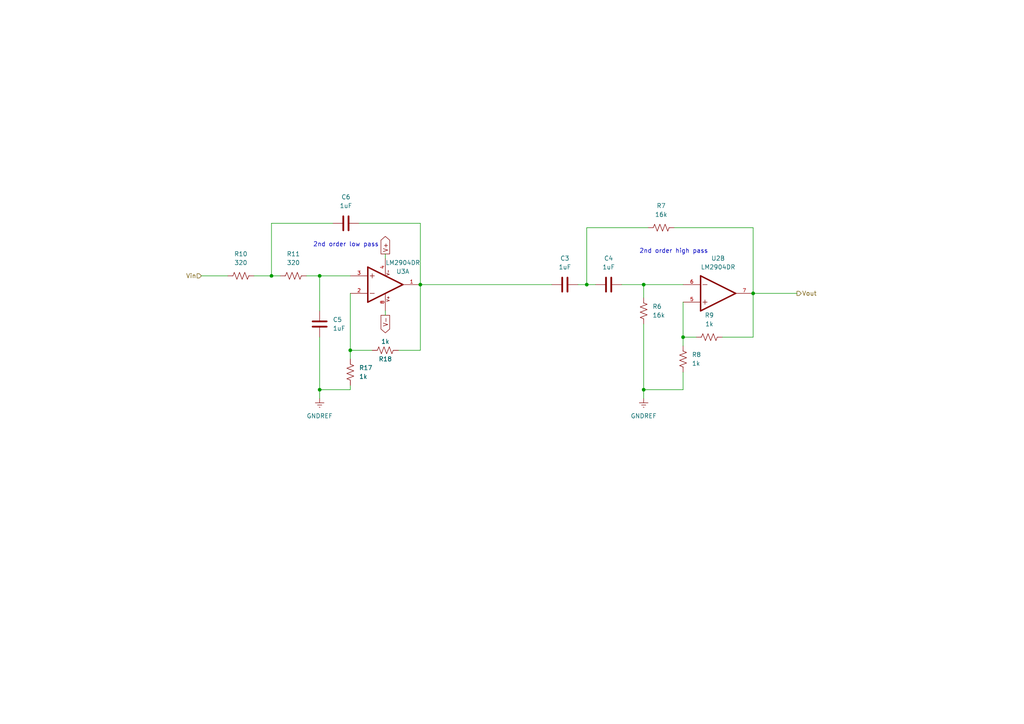
<source format=kicad_sch>
(kicad_sch (version 20230121) (generator eeschema)

  (uuid 35413330-118a-4540-bedd-090a3b3d410d)

  (paper "A4")

  (lib_symbols
    (symbol "Device:C" (pin_numbers hide) (pin_names (offset 0.254)) (in_bom yes) (on_board yes)
      (property "Reference" "C" (at 0.635 2.54 0)
        (effects (font (size 1.27 1.27)) (justify left))
      )
      (property "Value" "C" (at 0.635 -2.54 0)
        (effects (font (size 1.27 1.27)) (justify left))
      )
      (property "Footprint" "" (at 0.9652 -3.81 0)
        (effects (font (size 1.27 1.27)) hide)
      )
      (property "Datasheet" "~" (at 0 0 0)
        (effects (font (size 1.27 1.27)) hide)
      )
      (property "ki_keywords" "cap capacitor" (at 0 0 0)
        (effects (font (size 1.27 1.27)) hide)
      )
      (property "ki_description" "Unpolarized capacitor" (at 0 0 0)
        (effects (font (size 1.27 1.27)) hide)
      )
      (property "ki_fp_filters" "C_*" (at 0 0 0)
        (effects (font (size 1.27 1.27)) hide)
      )
      (symbol "C_0_1"
        (polyline
          (pts
            (xy -2.032 -0.762)
            (xy 2.032 -0.762)
          )
          (stroke (width 0.508) (type default))
          (fill (type none))
        )
        (polyline
          (pts
            (xy -2.032 0.762)
            (xy 2.032 0.762)
          )
          (stroke (width 0.508) (type default))
          (fill (type none))
        )
      )
      (symbol "C_1_1"
        (pin passive line (at 0 3.81 270) (length 2.794)
          (name "~" (effects (font (size 1.27 1.27))))
          (number "1" (effects (font (size 1.27 1.27))))
        )
        (pin passive line (at 0 -3.81 90) (length 2.794)
          (name "~" (effects (font (size 1.27 1.27))))
          (number "2" (effects (font (size 1.27 1.27))))
        )
      )
    )
    (symbol "Device:R_US" (pin_numbers hide) (pin_names (offset 0)) (in_bom yes) (on_board yes)
      (property "Reference" "R" (at 2.54 0 90)
        (effects (font (size 1.27 1.27)))
      )
      (property "Value" "R_US" (at -2.54 0 90)
        (effects (font (size 1.27 1.27)))
      )
      (property "Footprint" "" (at 1.016 -0.254 90)
        (effects (font (size 1.27 1.27)) hide)
      )
      (property "Datasheet" "~" (at 0 0 0)
        (effects (font (size 1.27 1.27)) hide)
      )
      (property "ki_keywords" "R res resistor" (at 0 0 0)
        (effects (font (size 1.27 1.27)) hide)
      )
      (property "ki_description" "Resistor, US symbol" (at 0 0 0)
        (effects (font (size 1.27 1.27)) hide)
      )
      (property "ki_fp_filters" "R_*" (at 0 0 0)
        (effects (font (size 1.27 1.27)) hide)
      )
      (symbol "R_US_0_1"
        (polyline
          (pts
            (xy 0 -2.286)
            (xy 0 -2.54)
          )
          (stroke (width 0) (type default))
          (fill (type none))
        )
        (polyline
          (pts
            (xy 0 2.286)
            (xy 0 2.54)
          )
          (stroke (width 0) (type default))
          (fill (type none))
        )
        (polyline
          (pts
            (xy 0 -0.762)
            (xy 1.016 -1.143)
            (xy 0 -1.524)
            (xy -1.016 -1.905)
            (xy 0 -2.286)
          )
          (stroke (width 0) (type default))
          (fill (type none))
        )
        (polyline
          (pts
            (xy 0 0.762)
            (xy 1.016 0.381)
            (xy 0 0)
            (xy -1.016 -0.381)
            (xy 0 -0.762)
          )
          (stroke (width 0) (type default))
          (fill (type none))
        )
        (polyline
          (pts
            (xy 0 2.286)
            (xy 1.016 1.905)
            (xy 0 1.524)
            (xy -1.016 1.143)
            (xy 0 0.762)
          )
          (stroke (width 0) (type default))
          (fill (type none))
        )
      )
      (symbol "R_US_1_1"
        (pin passive line (at 0 3.81 270) (length 1.27)
          (name "~" (effects (font (size 1.27 1.27))))
          (number "1" (effects (font (size 1.27 1.27))))
        )
        (pin passive line (at 0 -3.81 90) (length 1.27)
          (name "~" (effects (font (size 1.27 1.27))))
          (number "2" (effects (font (size 1.27 1.27))))
        )
      )
    )
    (symbol "Digikey2:LM2904DR" (pin_names (offset 1.016)) (in_bom yes) (on_board yes)
      (property "Reference" "U" (at 2.54 3.175 0)
        (effects (font (size 1.27 1.27)) (justify left bottom))
      )
      (property "Value" "LM2904DR" (at 2.54 -5.08 0)
        (effects (font (size 1.27 1.27)) (justify left bottom))
      )
      (property "Footprint" "LM2904DR:SOIC127P599X175-8N" (at 0 0 0)
        (effects (font (size 1.27 1.27)) (justify bottom) hide)
      )
      (property "Datasheet" "" (at 0 0 0)
        (effects (font (size 1.27 1.27)) hide)
      )
      (property "PARTREV" "U" (at 0 0 0)
        (effects (font (size 1.27 1.27)) (justify bottom) hide)
      )
      (property "STANDARD" "IPC-7351B" (at 0 0 0)
        (effects (font (size 1.27 1.27)) (justify bottom) hide)
      )
      (property "MAXIMUM_PACKAGE_HEIGHT" "1.75mm" (at 0 0 0)
        (effects (font (size 1.27 1.27)) (justify bottom) hide)
      )
      (property "MANUFACTURER" "Texas Instruments" (at 0 0 0)
        (effects (font (size 1.27 1.27)) (justify bottom) hide)
      )
      (symbol "LM2904DR_1_0"
        (polyline
          (pts
            (xy -5.08 -5.08)
            (xy 5.08 0)
          )
          (stroke (width 0.4064) (type default))
          (fill (type none))
        )
        (polyline
          (pts
            (xy -5.08 5.08)
            (xy -5.08 -5.08)
          )
          (stroke (width 0.4064) (type default))
          (fill (type none))
        )
        (polyline
          (pts
            (xy -4.445 -2.54)
            (xy -3.175 -2.54)
          )
          (stroke (width 0.1524) (type default))
          (fill (type none))
        )
        (polyline
          (pts
            (xy -4.445 2.54)
            (xy -3.175 2.54)
          )
          (stroke (width 0.1524) (type default))
          (fill (type none))
        )
        (polyline
          (pts
            (xy -3.81 -1.905)
            (xy -3.81 -3.175)
          )
          (stroke (width 0.1524) (type default))
          (fill (type none))
        )
        (polyline
          (pts
            (xy 5.08 0)
            (xy -5.08 5.08)
          )
          (stroke (width 0.4064) (type default))
          (fill (type none))
        )
        (text "V+" (at 1.27 3.175 900)
          (effects (font (size 0.8128 0.8128)) (justify left bottom))
        )
        (text "V-" (at 1.27 -4.445 900)
          (effects (font (size 0.8128 0.8128)) (justify left bottom))
        )
        (pin output line (at 10.16 0 180) (length 5.08)
          (name "~" (effects (font (size 1.016 1.016))))
          (number "1" (effects (font (size 1.016 1.016))))
        )
        (pin input line (at -10.16 2.54 0) (length 5.08)
          (name "~" (effects (font (size 1.016 1.016))))
          (number "2" (effects (font (size 1.016 1.016))))
        )
        (pin input line (at -10.16 -2.54 0) (length 5.08)
          (name "~" (effects (font (size 1.016 1.016))))
          (number "3" (effects (font (size 1.016 1.016))))
        )
        (pin power_in line (at 0 -7.62 90) (length 5.08)
          (name "~" (effects (font (size 1.016 1.016))))
          (number "4" (effects (font (size 1.016 1.016))))
        )
        (pin power_in line (at 0 7.62 270) (length 5.08)
          (name "~" (effects (font (size 1.016 1.016))))
          (number "8" (effects (font (size 1.016 1.016))))
        )
      )
      (symbol "LM2904DR_2_0"
        (polyline
          (pts
            (xy -5.08 -5.08)
            (xy 5.08 0)
          )
          (stroke (width 0.4064) (type default))
          (fill (type none))
        )
        (polyline
          (pts
            (xy -5.08 5.08)
            (xy -5.08 -5.08)
          )
          (stroke (width 0.4064) (type default))
          (fill (type none))
        )
        (polyline
          (pts
            (xy -4.445 -2.54)
            (xy -3.175 -2.54)
          )
          (stroke (width 0.1524) (type default))
          (fill (type none))
        )
        (polyline
          (pts
            (xy -4.445 2.54)
            (xy -3.175 2.54)
          )
          (stroke (width 0.1524) (type default))
          (fill (type none))
        )
        (polyline
          (pts
            (xy -3.81 -1.905)
            (xy -3.81 -3.175)
          )
          (stroke (width 0.1524) (type default))
          (fill (type none))
        )
        (polyline
          (pts
            (xy 5.08 0)
            (xy -5.08 5.08)
          )
          (stroke (width 0.4064) (type default))
          (fill (type none))
        )
        (pin input line (at -10.16 -2.54 0) (length 5.08)
          (name "~" (effects (font (size 1.016 1.016))))
          (number "5" (effects (font (size 1.016 1.016))))
        )
        (pin input line (at -10.16 2.54 0) (length 5.08)
          (name "~" (effects (font (size 1.016 1.016))))
          (number "6" (effects (font (size 1.016 1.016))))
        )
        (pin output line (at 10.16 0 180) (length 5.08)
          (name "~" (effects (font (size 1.016 1.016))))
          (number "7" (effects (font (size 1.016 1.016))))
        )
      )
    )
    (symbol "power:GNDREF" (power) (pin_names (offset 0)) (in_bom yes) (on_board yes)
      (property "Reference" "#PWR" (at 0 -6.35 0)
        (effects (font (size 1.27 1.27)) hide)
      )
      (property "Value" "GNDREF" (at 0 -3.81 0)
        (effects (font (size 1.27 1.27)))
      )
      (property "Footprint" "" (at 0 0 0)
        (effects (font (size 1.27 1.27)) hide)
      )
      (property "Datasheet" "" (at 0 0 0)
        (effects (font (size 1.27 1.27)) hide)
      )
      (property "ki_keywords" "global power" (at 0 0 0)
        (effects (font (size 1.27 1.27)) hide)
      )
      (property "ki_description" "Power symbol creates a global label with name \"GNDREF\" , reference supply ground" (at 0 0 0)
        (effects (font (size 1.27 1.27)) hide)
      )
      (symbol "GNDREF_0_1"
        (polyline
          (pts
            (xy -0.635 -1.905)
            (xy 0.635 -1.905)
          )
          (stroke (width 0) (type default))
          (fill (type none))
        )
        (polyline
          (pts
            (xy -0.127 -2.54)
            (xy 0.127 -2.54)
          )
          (stroke (width 0) (type default))
          (fill (type none))
        )
        (polyline
          (pts
            (xy 0 -1.27)
            (xy 0 0)
          )
          (stroke (width 0) (type default))
          (fill (type none))
        )
        (polyline
          (pts
            (xy 1.27 -1.27)
            (xy -1.27 -1.27)
          )
          (stroke (width 0) (type default))
          (fill (type none))
        )
      )
      (symbol "GNDREF_1_1"
        (pin power_in line (at 0 0 270) (length 0) hide
          (name "GNDREF" (effects (font (size 1.27 1.27))))
          (number "1" (effects (font (size 1.27 1.27))))
        )
      )
    )
  )

  (junction (at 101.6 101.6) (diameter 0) (color 0 0 0 0)
    (uuid 086b7357-92a8-4051-af5d-7ce3bd21e8a6)
  )
  (junction (at 218.44 85.09) (diameter 0) (color 0 0 0 0)
    (uuid 444b8de8-1a6c-4dd2-b18f-6db63cb46143)
  )
  (junction (at 121.92 82.55) (diameter 0) (color 0 0 0 0)
    (uuid 535fea27-09ba-4b84-8fd3-c701b8f0a856)
  )
  (junction (at 78.74 80.01) (diameter 0) (color 0 0 0 0)
    (uuid 5e70cc78-f7ea-41d2-9d4f-d9ae173a5a6f)
  )
  (junction (at 198.12 97.79) (diameter 0) (color 0 0 0 0)
    (uuid 71b91fd2-65d0-4306-b547-8a5272d003d8)
  )
  (junction (at 92.71 113.03) (diameter 0) (color 0 0 0 0)
    (uuid 79d38607-d9de-48d4-a699-1ec3289551db)
  )
  (junction (at 186.69 113.03) (diameter 0) (color 0 0 0 0)
    (uuid 95963f47-e24f-42c2-ba19-a20c4f820a2e)
  )
  (junction (at 170.18 82.55) (diameter 0) (color 0 0 0 0)
    (uuid 9dca07bf-bb6f-4ca4-9d37-66ba11c52ba2)
  )
  (junction (at 186.69 82.55) (diameter 0) (color 0 0 0 0)
    (uuid a5cfc08a-da75-4350-a818-4bc75dbe42b8)
  )
  (junction (at 92.71 80.01) (diameter 0) (color 0 0 0 0)
    (uuid cfce590d-22d1-4050-beed-9b93b59fc68e)
  )

  (wire (pts (xy 121.92 82.55) (xy 160.02 82.55))
    (stroke (width 0) (type default))
    (uuid 061872d9-45e5-462e-a953-90f9bebbfcbc)
  )
  (wire (pts (xy 218.44 66.04) (xy 218.44 85.09))
    (stroke (width 0) (type default))
    (uuid 074a7dd7-0c7e-43ff-8fc4-1a71e1695cc7)
  )
  (wire (pts (xy 101.6 101.6) (xy 101.6 104.14))
    (stroke (width 0) (type default))
    (uuid 07f55e12-510e-4ab3-9310-594b8a271aa1)
  )
  (wire (pts (xy 92.71 80.01) (xy 101.6 80.01))
    (stroke (width 0) (type default))
    (uuid 0915799e-18af-4ee7-b358-52743f47e17c)
  )
  (wire (pts (xy 218.44 97.79) (xy 209.55 97.79))
    (stroke (width 0) (type default))
    (uuid 092cbb65-8c2c-46bf-9364-882f943291aa)
  )
  (wire (pts (xy 111.76 73.66) (xy 111.76 74.93))
    (stroke (width 0) (type default))
    (uuid 09b1f52d-8d2e-428a-8d32-ffe9c0027904)
  )
  (wire (pts (xy 170.18 82.55) (xy 170.18 66.04))
    (stroke (width 0) (type default))
    (uuid 2046d7a7-6e8d-4566-ab5f-90f74e2b007a)
  )
  (wire (pts (xy 121.92 101.6) (xy 121.92 82.55))
    (stroke (width 0) (type default))
    (uuid 2636950f-cb10-4786-8a14-64e997372f76)
  )
  (wire (pts (xy 186.69 93.98) (xy 186.69 113.03))
    (stroke (width 0) (type default))
    (uuid 2be19506-78ae-48c3-9551-4620a10f5b47)
  )
  (wire (pts (xy 170.18 82.55) (xy 172.72 82.55))
    (stroke (width 0) (type default))
    (uuid 342d8529-4abd-4b8d-b6be-136927d822c3)
  )
  (wire (pts (xy 92.71 80.01) (xy 92.71 90.17))
    (stroke (width 0) (type default))
    (uuid 3562fb2c-8351-4652-991e-44660149a6be)
  )
  (wire (pts (xy 73.66 80.01) (xy 78.74 80.01))
    (stroke (width 0) (type default))
    (uuid 3a07697b-e036-4a79-abf8-d97223486f48)
  )
  (wire (pts (xy 186.69 82.55) (xy 198.12 82.55))
    (stroke (width 0) (type default))
    (uuid 3f2d38a5-20ad-4874-8f1a-95d4ec03e5d9)
  )
  (wire (pts (xy 78.74 80.01) (xy 81.28 80.01))
    (stroke (width 0) (type default))
    (uuid 40c3244d-17f6-4717-a8e6-e6f9cf67a37f)
  )
  (wire (pts (xy 218.44 85.09) (xy 218.44 97.79))
    (stroke (width 0) (type default))
    (uuid 4482f4c4-05fb-40eb-8126-0c1d0686d383)
  )
  (wire (pts (xy 218.44 85.09) (xy 231.14 85.09))
    (stroke (width 0) (type default))
    (uuid 4ae32c60-daa4-499f-85e9-d8fe97f3f548)
  )
  (wire (pts (xy 101.6 101.6) (xy 107.95 101.6))
    (stroke (width 0) (type default))
    (uuid 4cf585b2-eb42-49ee-9a4b-7303415aa4b7)
  )
  (wire (pts (xy 198.12 97.79) (xy 198.12 100.33))
    (stroke (width 0) (type default))
    (uuid 4e0481e5-4270-474a-b8a0-f9b8a195ac47)
  )
  (wire (pts (xy 186.69 115.57) (xy 186.69 113.03))
    (stroke (width 0) (type default))
    (uuid 51c37e91-ca44-4f26-acdf-ce0587689a9a)
  )
  (wire (pts (xy 88.9 80.01) (xy 92.71 80.01))
    (stroke (width 0) (type default))
    (uuid 5303368c-a4b3-4a18-9951-f371b5a6ce48)
  )
  (wire (pts (xy 121.92 64.77) (xy 121.92 82.55))
    (stroke (width 0) (type default))
    (uuid 636ef7be-16db-4958-9109-1fe2d305487b)
  )
  (wire (pts (xy 198.12 87.63) (xy 198.12 97.79))
    (stroke (width 0) (type default))
    (uuid 6e96a4b8-cbec-41a3-af9f-5642fc715957)
  )
  (wire (pts (xy 167.64 82.55) (xy 170.18 82.55))
    (stroke (width 0) (type default))
    (uuid 803875fa-fb8b-4afb-a44e-bde8779c9206)
  )
  (wire (pts (xy 92.71 113.03) (xy 92.71 115.57))
    (stroke (width 0) (type default))
    (uuid 9a6afda3-4dc7-4786-90a5-2d20c0d223ab)
  )
  (wire (pts (xy 92.71 113.03) (xy 92.71 97.79))
    (stroke (width 0) (type default))
    (uuid a29db8e0-c081-417d-959d-b1a417334811)
  )
  (wire (pts (xy 58.42 80.01) (xy 66.04 80.01))
    (stroke (width 0) (type default))
    (uuid a34fbffe-f93e-4c3d-88a1-a461727f4b8e)
  )
  (wire (pts (xy 101.6 85.09) (xy 101.6 101.6))
    (stroke (width 0) (type default))
    (uuid a52aa32e-ce4a-40d5-813c-72190edc2ac0)
  )
  (wire (pts (xy 101.6 113.03) (xy 101.6 111.76))
    (stroke (width 0) (type default))
    (uuid a77e7284-66c1-4c31-ae35-f066996bbce8)
  )
  (wire (pts (xy 170.18 66.04) (xy 187.96 66.04))
    (stroke (width 0) (type default))
    (uuid b16f0550-a153-452f-8b91-d0b82631d7c4)
  )
  (wire (pts (xy 195.58 66.04) (xy 218.44 66.04))
    (stroke (width 0) (type default))
    (uuid b8c75fd6-cea6-43af-afcc-66e01f6571e1)
  )
  (wire (pts (xy 198.12 113.03) (xy 186.69 113.03))
    (stroke (width 0) (type default))
    (uuid c48c1f0c-8343-4493-a7db-b6a147ea4584)
  )
  (wire (pts (xy 104.14 64.77) (xy 121.92 64.77))
    (stroke (width 0) (type default))
    (uuid c8fe0fbf-f0b7-4422-afc0-fb7737a24a53)
  )
  (wire (pts (xy 198.12 97.79) (xy 201.93 97.79))
    (stroke (width 0) (type default))
    (uuid cab774c6-2ff0-4f29-8144-128a9e8122c8)
  )
  (wire (pts (xy 111.76 90.17) (xy 111.76 91.44))
    (stroke (width 0) (type default))
    (uuid d9d77171-21e5-4f09-903b-ba38ea210413)
  )
  (wire (pts (xy 180.34 82.55) (xy 186.69 82.55))
    (stroke (width 0) (type default))
    (uuid ebae945d-8147-4a18-9754-43483ab176f2)
  )
  (wire (pts (xy 101.6 113.03) (xy 92.71 113.03))
    (stroke (width 0) (type default))
    (uuid ed308674-a95b-434b-b8da-d2ebd1197868)
  )
  (wire (pts (xy 115.57 101.6) (xy 121.92 101.6))
    (stroke (width 0) (type default))
    (uuid f059a6c6-a519-4635-82ab-975b6595f582)
  )
  (wire (pts (xy 96.52 64.77) (xy 78.74 64.77))
    (stroke (width 0) (type default))
    (uuid fa0df2d3-f603-4654-beec-6369a986f8ad)
  )
  (wire (pts (xy 78.74 64.77) (xy 78.74 80.01))
    (stroke (width 0) (type default))
    (uuid fa436860-e41e-4c99-a5f1-72a0f682494e)
  )
  (wire (pts (xy 186.69 82.55) (xy 186.69 86.36))
    (stroke (width 0) (type default))
    (uuid fc8f2fd3-6897-41b8-908e-b45bd5780ca4)
  )
  (wire (pts (xy 198.12 107.95) (xy 198.12 113.03))
    (stroke (width 0) (type default))
    (uuid ff5c0ca8-8337-4de6-bd09-44d0944b709b)
  )

  (text "2nd order high pass" (at 185.42 73.66 0)
    (effects (font (size 1.27 1.27)) (justify left bottom))
    (uuid 4bf30ffb-9ff1-49af-976b-c8a438682e9f)
  )
  (text "2nd order low pass" (at 90.805 71.755 0)
    (effects (font (size 1.27 1.27)) (justify left bottom))
    (uuid 5bdc953f-0a04-4192-ba1e-bbae4be234ec)
  )

  (global_label "V-" (shape output) (at 111.76 91.44 270) (fields_autoplaced)
    (effects (font (size 1.27 1.27)) (justify right))
    (uuid 9220c8eb-4dd2-4b2f-b702-1eea06d8798f)
    (property "Intersheetrefs" "${INTERSHEET_REFS}" (at 111.76 97.0862 90)
      (effects (font (size 1.27 1.27)) (justify right) hide)
    )
  )
  (global_label "V+" (shape output) (at 111.76 73.66 90) (fields_autoplaced)
    (effects (font (size 1.27 1.27)) (justify left))
    (uuid d6c7eb8e-0761-479a-9a53-6fcce5626cce)
    (property "Intersheetrefs" "${INTERSHEET_REFS}" (at 111.76 68.0138 90)
      (effects (font (size 1.27 1.27)) (justify left) hide)
    )
  )

  (hierarchical_label "Vin" (shape input) (at 58.42 80.01 180) (fields_autoplaced)
    (effects (font (size 1.27 1.27)) (justify right))
    (uuid 05617fcf-9df1-47c3-bb5e-1595156b9ed9)
  )
  (hierarchical_label "Vout" (shape output) (at 231.14 85.09 0) (fields_autoplaced)
    (effects (font (size 1.27 1.27)) (justify left))
    (uuid 10b6ea82-da4f-4510-9ced-bdf6c3a4b275)
  )

  (symbol (lib_id "Device:R_US") (at 198.12 104.14 0) (unit 1)
    (in_bom yes) (on_board yes) (dnp no) (fields_autoplaced)
    (uuid 00ad515d-bb49-4bcb-b486-a59ad48be30d)
    (property "Reference" "R8" (at 200.66 102.87 0)
      (effects (font (size 1.27 1.27)) (justify left))
    )
    (property "Value" "1k" (at 200.66 105.41 0)
      (effects (font (size 1.27 1.27)) (justify left))
    )
    (property "Footprint" "" (at 199.136 104.394 90)
      (effects (font (size 1.27 1.27)) hide)
    )
    (property "Datasheet" "~" (at 198.12 104.14 0)
      (effects (font (size 1.27 1.27)) hide)
    )
    (pin "1" (uuid a97f050f-f6e2-4619-a6c1-e1e8f0fefd15))
    (pin "2" (uuid dfa1c8f0-d35b-413f-a635-520c735faa7b))
    (instances
      (project "TR_EMG"
        (path "/c6167f6f-8a8c-40a1-9c06-7f0e8ea44639/79b04bde-485f-4387-8a17-ac0759b4ec88"
          (reference "R8") (unit 1)
        )
      )
    )
  )

  (symbol (lib_id "Digikey2:LM2904DR") (at 111.76 82.55 0) (mirror x) (unit 1)
    (in_bom yes) (on_board yes) (dnp no)
    (uuid 0907a6ec-42d8-4403-895e-a97b242bac2c)
    (property "Reference" "U3" (at 116.84 78.74 0)
      (effects (font (size 1.27 1.27)))
    )
    (property "Value" "LM2904DR" (at 116.84 76.2 0)
      (effects (font (size 1.27 1.27)))
    )
    (property "Footprint" "LM2904DR:SOIC127P599X175-8N" (at 111.76 82.55 0)
      (effects (font (size 1.27 1.27)) (justify bottom) hide)
    )
    (property "Datasheet" "" (at 111.76 82.55 0)
      (effects (font (size 1.27 1.27)) hide)
    )
    (property "PARTREV" "U" (at 111.76 82.55 0)
      (effects (font (size 1.27 1.27)) (justify bottom) hide)
    )
    (property "STANDARD" "IPC-7351B" (at 111.76 82.55 0)
      (effects (font (size 1.27 1.27)) (justify bottom) hide)
    )
    (property "MAXIMUM_PACKAGE_HEIGHT" "1.75mm" (at 111.76 82.55 0)
      (effects (font (size 1.27 1.27)) (justify bottom) hide)
    )
    (property "MANUFACTURER" "Texas Instruments" (at 111.76 82.55 0)
      (effects (font (size 1.27 1.27)) (justify bottom) hide)
    )
    (pin "8" (uuid 85580da2-e7f4-4b03-9666-fb6fe067163b))
    (pin "6" (uuid fd510f6a-0b82-4ce3-9c9d-25f36820b662))
    (pin "1" (uuid 944667db-ac71-4ca0-9148-0e5532a5d7fa))
    (pin "2" (uuid 831ad5f9-7e58-41b7-b5c7-08128855110e))
    (pin "5" (uuid dc3f2a63-659d-4311-b62f-2defabc49d6e))
    (pin "3" (uuid 0e3a601b-82de-45f7-b69a-3498fb3ea605))
    (pin "4" (uuid 3d72b765-11a0-4035-80de-a5907f346b6b))
    (pin "7" (uuid 03a9d691-68f1-4a09-9e10-793f331d25b7))
    (instances
      (project "TR_EMG"
        (path "/c6167f6f-8a8c-40a1-9c06-7f0e8ea44639/79b04bde-485f-4387-8a17-ac0759b4ec88"
          (reference "U3") (unit 1)
        )
      )
    )
  )

  (symbol (lib_id "Device:C") (at 100.33 64.77 90) (unit 1)
    (in_bom yes) (on_board yes) (dnp no) (fields_autoplaced)
    (uuid 0f633d86-63c3-41e5-ab3e-f73f4229919a)
    (property "Reference" "C6" (at 100.33 57.15 90)
      (effects (font (size 1.27 1.27)))
    )
    (property "Value" "1uF" (at 100.33 59.69 90)
      (effects (font (size 1.27 1.27)))
    )
    (property "Footprint" "" (at 104.14 63.8048 0)
      (effects (font (size 1.27 1.27)) hide)
    )
    (property "Datasheet" "~" (at 100.33 64.77 0)
      (effects (font (size 1.27 1.27)) hide)
    )
    (pin "2" (uuid 1bbf95ad-f01e-4101-b1a8-9e35eac43eb7))
    (pin "1" (uuid a49f7bbf-4212-489a-9ed3-67755987aa07))
    (instances
      (project "TR_EMG"
        (path "/c6167f6f-8a8c-40a1-9c06-7f0e8ea44639/79b04bde-485f-4387-8a17-ac0759b4ec88"
          (reference "C6") (unit 1)
        )
      )
    )
  )

  (symbol (lib_id "Device:C") (at 163.83 82.55 90) (unit 1)
    (in_bom yes) (on_board yes) (dnp no) (fields_autoplaced)
    (uuid 13edda8d-aa78-4bf1-98e6-ba73ba3a85fe)
    (property "Reference" "C3" (at 163.83 74.93 90)
      (effects (font (size 1.27 1.27)))
    )
    (property "Value" "1uF" (at 163.83 77.47 90)
      (effects (font (size 1.27 1.27)))
    )
    (property "Footprint" "" (at 167.64 81.5848 0)
      (effects (font (size 1.27 1.27)) hide)
    )
    (property "Datasheet" "~" (at 163.83 82.55 0)
      (effects (font (size 1.27 1.27)) hide)
    )
    (pin "2" (uuid 6f25aa2b-f128-4eee-890d-e73ce0a6b21c))
    (pin "1" (uuid ec4e3620-b961-4995-bcea-32464c6e2812))
    (instances
      (project "TR_EMG"
        (path "/c6167f6f-8a8c-40a1-9c06-7f0e8ea44639/79b04bde-485f-4387-8a17-ac0759b4ec88"
          (reference "C3") (unit 1)
        )
      )
    )
  )

  (symbol (lib_id "Device:R_US") (at 101.6 107.95 0) (unit 1)
    (in_bom yes) (on_board yes) (dnp no) (fields_autoplaced)
    (uuid 25d30e0a-fa25-47ca-9240-af54665cef7e)
    (property "Reference" "R17" (at 104.14 106.68 0)
      (effects (font (size 1.27 1.27)) (justify left))
    )
    (property "Value" "1k" (at 104.14 109.22 0)
      (effects (font (size 1.27 1.27)) (justify left))
    )
    (property "Footprint" "" (at 102.616 108.204 90)
      (effects (font (size 1.27 1.27)) hide)
    )
    (property "Datasheet" "~" (at 101.6 107.95 0)
      (effects (font (size 1.27 1.27)) hide)
    )
    (pin "1" (uuid 12bc93f6-675c-4908-bbf5-f44d77321df8))
    (pin "2" (uuid 79c0cc80-8c13-426a-b912-21207c466a9a))
    (instances
      (project "TR_EMG"
        (path "/c6167f6f-8a8c-40a1-9c06-7f0e8ea44639/79b04bde-485f-4387-8a17-ac0759b4ec88"
          (reference "R17") (unit 1)
        )
      )
    )
  )

  (symbol (lib_id "Device:C") (at 176.53 82.55 90) (unit 1)
    (in_bom yes) (on_board yes) (dnp no) (fields_autoplaced)
    (uuid 25e4aa38-69be-4136-865a-1a7eefeafd14)
    (property "Reference" "C4" (at 176.53 74.93 90)
      (effects (font (size 1.27 1.27)))
    )
    (property "Value" "1uF" (at 176.53 77.47 90)
      (effects (font (size 1.27 1.27)))
    )
    (property "Footprint" "" (at 180.34 81.5848 0)
      (effects (font (size 1.27 1.27)) hide)
    )
    (property "Datasheet" "~" (at 176.53 82.55 0)
      (effects (font (size 1.27 1.27)) hide)
    )
    (pin "2" (uuid 543bee8b-2f5a-4cb6-a0f0-b491f3777475))
    (pin "1" (uuid b713f1e4-b0e8-40f8-9f38-a998f747f554))
    (instances
      (project "TR_EMG"
        (path "/c6167f6f-8a8c-40a1-9c06-7f0e8ea44639/79b04bde-485f-4387-8a17-ac0759b4ec88"
          (reference "C4") (unit 1)
        )
      )
    )
  )

  (symbol (lib_id "Device:R_US") (at 205.74 97.79 90) (unit 1)
    (in_bom yes) (on_board yes) (dnp no) (fields_autoplaced)
    (uuid 2c40c77b-abc3-4af1-a05b-8031b559413f)
    (property "Reference" "R9" (at 205.74 91.44 90)
      (effects (font (size 1.27 1.27)))
    )
    (property "Value" "1k" (at 205.74 93.98 90)
      (effects (font (size 1.27 1.27)))
    )
    (property "Footprint" "" (at 205.994 96.774 90)
      (effects (font (size 1.27 1.27)) hide)
    )
    (property "Datasheet" "~" (at 205.74 97.79 0)
      (effects (font (size 1.27 1.27)) hide)
    )
    (pin "1" (uuid df0d5f22-1f12-4255-8204-7d482f43e5ac))
    (pin "2" (uuid 1434f4d9-3b52-416c-af70-ac8ccfec8e41))
    (instances
      (project "TR_EMG"
        (path "/c6167f6f-8a8c-40a1-9c06-7f0e8ea44639/79b04bde-485f-4387-8a17-ac0759b4ec88"
          (reference "R9") (unit 1)
        )
      )
    )
  )

  (symbol (lib_id "Device:R_US") (at 69.85 80.01 270) (unit 1)
    (in_bom yes) (on_board yes) (dnp no) (fields_autoplaced)
    (uuid 2fe68577-f345-42ec-986e-a8d406e01b41)
    (property "Reference" "R10" (at 69.85 73.66 90)
      (effects (font (size 1.27 1.27)))
    )
    (property "Value" "320" (at 69.85 76.2 90)
      (effects (font (size 1.27 1.27)))
    )
    (property "Footprint" "" (at 69.596 81.026 90)
      (effects (font (size 1.27 1.27)) hide)
    )
    (property "Datasheet" "~" (at 69.85 80.01 0)
      (effects (font (size 1.27 1.27)) hide)
    )
    (pin "2" (uuid 26473721-430f-4e1f-a779-24a424193a65))
    (pin "1" (uuid cc127a59-a8d7-4a24-ba94-7fba95476370))
    (instances
      (project "TR_EMG"
        (path "/c6167f6f-8a8c-40a1-9c06-7f0e8ea44639/79b04bde-485f-4387-8a17-ac0759b4ec88"
          (reference "R10") (unit 1)
        )
      )
    )
  )

  (symbol (lib_id "power:GNDREF") (at 186.69 115.57 0) (unit 1)
    (in_bom yes) (on_board yes) (dnp no) (fields_autoplaced)
    (uuid 3b5da2bb-9d80-41fb-94f5-f11e1237baa4)
    (property "Reference" "#PWR01" (at 186.69 121.92 0)
      (effects (font (size 1.27 1.27)) hide)
    )
    (property "Value" "GNDREF" (at 186.69 120.65 0)
      (effects (font (size 1.27 1.27)))
    )
    (property "Footprint" "" (at 186.69 115.57 0)
      (effects (font (size 1.27 1.27)) hide)
    )
    (property "Datasheet" "" (at 186.69 115.57 0)
      (effects (font (size 1.27 1.27)) hide)
    )
    (pin "1" (uuid 21ce1727-1d71-435c-813c-3ae093df9ecd))
    (instances
      (project "TR_EMG"
        (path "/c6167f6f-8a8c-40a1-9c06-7f0e8ea44639/79b04bde-485f-4387-8a17-ac0759b4ec88"
          (reference "#PWR01") (unit 1)
        )
      )
    )
  )

  (symbol (lib_id "Device:R_US") (at 85.09 80.01 90) (unit 1)
    (in_bom yes) (on_board yes) (dnp no) (fields_autoplaced)
    (uuid 3c2205a8-3068-4a5a-bcab-a128b2b2e2ef)
    (property "Reference" "R11" (at 85.09 73.66 90)
      (effects (font (size 1.27 1.27)))
    )
    (property "Value" "320" (at 85.09 76.2 90)
      (effects (font (size 1.27 1.27)))
    )
    (property "Footprint" "" (at 85.344 78.994 90)
      (effects (font (size 1.27 1.27)) hide)
    )
    (property "Datasheet" "~" (at 85.09 80.01 0)
      (effects (font (size 1.27 1.27)) hide)
    )
    (pin "1" (uuid a3d3495a-2d8a-4fe2-b036-e901bb46be54))
    (pin "2" (uuid 2b7cd283-6401-4e48-b2ca-d182b208e0f2))
    (instances
      (project "TR_EMG"
        (path "/c6167f6f-8a8c-40a1-9c06-7f0e8ea44639/79b04bde-485f-4387-8a17-ac0759b4ec88"
          (reference "R11") (unit 1)
        )
      )
    )
  )

  (symbol (lib_id "Device:R_US") (at 186.69 90.17 0) (unit 1)
    (in_bom yes) (on_board yes) (dnp no) (fields_autoplaced)
    (uuid 6d6152e9-1184-427f-9e58-ae92f7adc57a)
    (property "Reference" "R6" (at 189.23 88.9 0)
      (effects (font (size 1.27 1.27)) (justify left))
    )
    (property "Value" "16k" (at 189.23 91.44 0)
      (effects (font (size 1.27 1.27)) (justify left))
    )
    (property "Footprint" "" (at 187.706 90.424 90)
      (effects (font (size 1.27 1.27)) hide)
    )
    (property "Datasheet" "~" (at 186.69 90.17 0)
      (effects (font (size 1.27 1.27)) hide)
    )
    (pin "1" (uuid 00b605b8-1aaf-47e2-8241-dfa6c3df662c))
    (pin "2" (uuid d1748d3a-30ab-4b89-a334-23db48a1d977))
    (instances
      (project "TR_EMG"
        (path "/c6167f6f-8a8c-40a1-9c06-7f0e8ea44639/79b04bde-485f-4387-8a17-ac0759b4ec88"
          (reference "R6") (unit 1)
        )
      )
    )
  )

  (symbol (lib_id "Device:R_US") (at 111.76 101.6 90) (unit 1)
    (in_bom yes) (on_board yes) (dnp no)
    (uuid 7ac086c6-9798-4ecb-9943-318a8f1cc60c)
    (property "Reference" "R18" (at 111.76 104.14 90)
      (effects (font (size 1.27 1.27)))
    )
    (property "Value" "1k" (at 111.76 99.06 90)
      (effects (font (size 1.27 1.27)))
    )
    (property "Footprint" "" (at 112.014 100.584 90)
      (effects (font (size 1.27 1.27)) hide)
    )
    (property "Datasheet" "~" (at 111.76 101.6 0)
      (effects (font (size 1.27 1.27)) hide)
    )
    (pin "1" (uuid 3218b35a-6347-4531-afb8-7f60e2267f82))
    (pin "2" (uuid 97d4cdc1-3750-4391-87fd-bd68da23859c))
    (instances
      (project "TR_EMG"
        (path "/c6167f6f-8a8c-40a1-9c06-7f0e8ea44639/79b04bde-485f-4387-8a17-ac0759b4ec88"
          (reference "R18") (unit 1)
        )
      )
    )
  )

  (symbol (lib_id "Digikey2:LM2904DR") (at 208.28 85.09 0) (unit 2)
    (in_bom yes) (on_board yes) (dnp no) (fields_autoplaced)
    (uuid 86e6a5b8-66f9-4733-b759-b432057bb851)
    (property "Reference" "U2" (at 208.28 74.93 0)
      (effects (font (size 1.27 1.27)))
    )
    (property "Value" "LM2904DR" (at 208.28 77.47 0)
      (effects (font (size 1.27 1.27)))
    )
    (property "Footprint" "LM2904DR:SOIC127P599X175-8N" (at 208.28 85.09 0)
      (effects (font (size 1.27 1.27)) (justify bottom) hide)
    )
    (property "Datasheet" "" (at 208.28 85.09 0)
      (effects (font (size 1.27 1.27)) hide)
    )
    (property "PARTREV" "U" (at 208.28 85.09 0)
      (effects (font (size 1.27 1.27)) (justify bottom) hide)
    )
    (property "STANDARD" "IPC-7351B" (at 208.28 85.09 0)
      (effects (font (size 1.27 1.27)) (justify bottom) hide)
    )
    (property "MAXIMUM_PACKAGE_HEIGHT" "1.75mm" (at 208.28 85.09 0)
      (effects (font (size 1.27 1.27)) (justify bottom) hide)
    )
    (property "MANUFACTURER" "Texas Instruments" (at 208.28 85.09 0)
      (effects (font (size 1.27 1.27)) (justify bottom) hide)
    )
    (pin "8" (uuid c57447e1-b9f3-456d-bf60-d427f663e004))
    (pin "6" (uuid eaf1a2ba-9e10-4bd6-a023-7cc5cc9c92ae))
    (pin "1" (uuid 7672fe25-ecf4-42a1-821c-4c038c900621))
    (pin "2" (uuid 79d370fa-b87f-4480-a85a-d7c072247961))
    (pin "5" (uuid 16b968dd-c647-4e5a-9dc2-b538a747e531))
    (pin "3" (uuid c79f96e7-1ad7-46ed-965f-26c6f2f841aa))
    (pin "4" (uuid 86fc6e0a-8214-4c64-8dcb-f49e530b32b6))
    (pin "7" (uuid 8e582312-8d09-4290-bd05-5128b4842383))
    (instances
      (project "TR_EMG"
        (path "/c6167f6f-8a8c-40a1-9c06-7f0e8ea44639/79b04bde-485f-4387-8a17-ac0759b4ec88"
          (reference "U2") (unit 2)
        )
      )
    )
  )

  (symbol (lib_id "Device:R_US") (at 191.77 66.04 90) (unit 1)
    (in_bom yes) (on_board yes) (dnp no) (fields_autoplaced)
    (uuid db2a751d-5436-4384-b0fd-3eceb73a3af5)
    (property "Reference" "R7" (at 191.77 59.69 90)
      (effects (font (size 1.27 1.27)))
    )
    (property "Value" "16k" (at 191.77 62.23 90)
      (effects (font (size 1.27 1.27)))
    )
    (property "Footprint" "" (at 192.024 65.024 90)
      (effects (font (size 1.27 1.27)) hide)
    )
    (property "Datasheet" "~" (at 191.77 66.04 0)
      (effects (font (size 1.27 1.27)) hide)
    )
    (pin "1" (uuid c69e1fa1-5b37-4707-9465-8e008d3dbb7c))
    (pin "2" (uuid fe9d3a43-760f-46f1-bbd7-9c7e1b475186))
    (instances
      (project "TR_EMG"
        (path "/c6167f6f-8a8c-40a1-9c06-7f0e8ea44639/79b04bde-485f-4387-8a17-ac0759b4ec88"
          (reference "R7") (unit 1)
        )
      )
    )
  )

  (symbol (lib_id "Device:C") (at 92.71 93.98 0) (unit 1)
    (in_bom yes) (on_board yes) (dnp no) (fields_autoplaced)
    (uuid e7fc2336-665c-4ca3-8593-5410eb9e8295)
    (property "Reference" "C5" (at 96.52 92.71 0)
      (effects (font (size 1.27 1.27)) (justify left))
    )
    (property "Value" "1uF" (at 96.52 95.25 0)
      (effects (font (size 1.27 1.27)) (justify left))
    )
    (property "Footprint" "" (at 93.6752 97.79 0)
      (effects (font (size 1.27 1.27)) hide)
    )
    (property "Datasheet" "~" (at 92.71 93.98 0)
      (effects (font (size 1.27 1.27)) hide)
    )
    (pin "1" (uuid e5357627-8581-483d-ae87-37916868021a))
    (pin "2" (uuid d4ab2f5c-10f5-44d2-9e6b-5f125f02f824))
    (instances
      (project "TR_EMG"
        (path "/c6167f6f-8a8c-40a1-9c06-7f0e8ea44639/79b04bde-485f-4387-8a17-ac0759b4ec88"
          (reference "C5") (unit 1)
        )
      )
    )
  )

  (symbol (lib_id "power:GNDREF") (at 92.71 115.57 0) (unit 1)
    (in_bom yes) (on_board yes) (dnp no) (fields_autoplaced)
    (uuid f24b6e09-3ae9-4328-a248-96ac45e5b53e)
    (property "Reference" "#PWR05" (at 92.71 121.92 0)
      (effects (font (size 1.27 1.27)) hide)
    )
    (property "Value" "GNDREF" (at 92.71 120.65 0)
      (effects (font (size 1.27 1.27)))
    )
    (property "Footprint" "" (at 92.71 115.57 0)
      (effects (font (size 1.27 1.27)) hide)
    )
    (property "Datasheet" "" (at 92.71 115.57 0)
      (effects (font (size 1.27 1.27)) hide)
    )
    (pin "1" (uuid 541c3d8d-64cd-4eff-9a16-d4fa79134eeb))
    (instances
      (project "TR_EMG"
        (path "/c6167f6f-8a8c-40a1-9c06-7f0e8ea44639/79b04bde-485f-4387-8a17-ac0759b4ec88"
          (reference "#PWR05") (unit 1)
        )
      )
    )
  )
)

</source>
